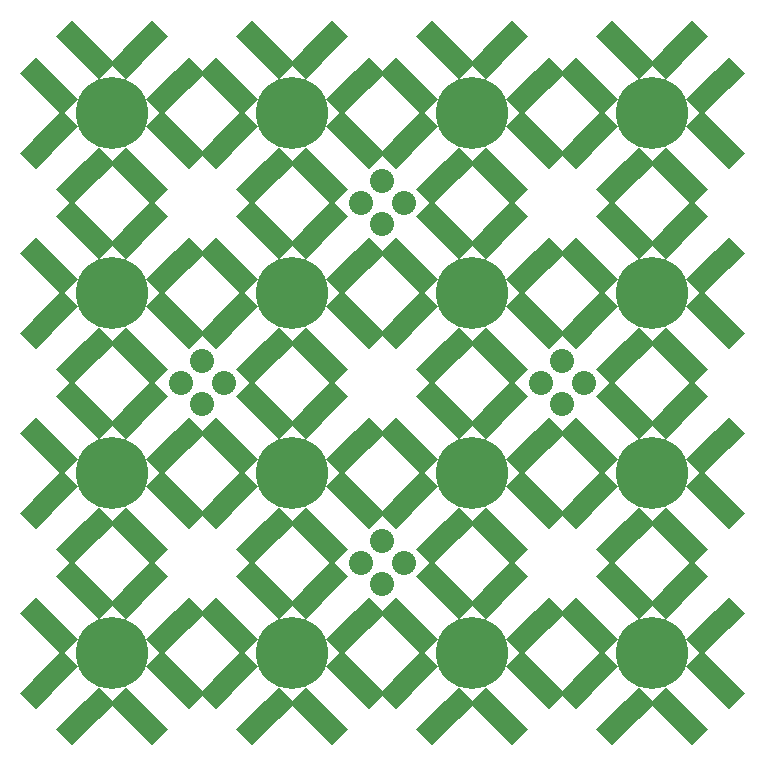
<source format=gts>
%TF.GenerationSoftware,KiCad,Pcbnew,4.0.7-e1-6374~58~ubuntu16.04.1*%
%TF.CreationDate,2017-08-11T22:02:44+05:30*%
%TF.ProjectId,ultim8x8,756C74696D3878382E6B696361645F70,2.0*%
%TF.FileFunction,Soldermask,Top*%
%FSLAX46Y46*%
G04 Gerber Fmt 4.6, Leading zero omitted, Abs format (unit mm)*
G04 Created by KiCad (PCBNEW 4.0.7-e1-6374~58~ubuntu16.04.1) date Fri Aug 11 22:02:44 2017*
%MOMM*%
%LPD*%
G01*
G04 APERTURE LIST*
%ADD10C,0.254000*%
%ADD11C,6.108000*%
%ADD12C,2.032000*%
G04 APERTURE END LIST*
D10*
D11*
X82550000Y-82550000D03*
X82550000Y-36830000D03*
X67310000Y-67310000D03*
X52070000Y-67310000D03*
X36830000Y-36830000D03*
X36830000Y-82550000D03*
X52070000Y-52070000D03*
X67310000Y-52070000D03*
D10*
G36*
X52296166Y-41064264D02*
X50947006Y-42413424D01*
X49597846Y-41064264D01*
X50947006Y-39715104D01*
X52296166Y-41064264D01*
X52296166Y-41064264D01*
G37*
G36*
X49184896Y-37952994D02*
X47835736Y-39302154D01*
X46486576Y-37952994D01*
X47835736Y-36603834D01*
X49184896Y-37952994D01*
X49184896Y-37952994D01*
G37*
G36*
X48018169Y-39119720D02*
X46739720Y-40398169D01*
X45390561Y-39049010D01*
X46669010Y-37770561D01*
X48018169Y-39119720D01*
X48018169Y-39119720D01*
G37*
G36*
X51129439Y-42230990D02*
X49850990Y-43509439D01*
X48501831Y-42160280D01*
X49780280Y-40881831D01*
X51129439Y-42230990D01*
X51129439Y-42230990D01*
G37*
G36*
X50033424Y-43327006D02*
X48684264Y-44676166D01*
X47335104Y-43327006D01*
X48684264Y-41977846D01*
X50033424Y-43327006D01*
X50033424Y-43327006D01*
G37*
G36*
X46922154Y-40215736D02*
X45572994Y-41564896D01*
X44223834Y-40215736D01*
X45572994Y-38866576D01*
X46922154Y-40215736D01*
X46922154Y-40215736D01*
G37*
G36*
X86784264Y-51843834D02*
X88133424Y-53192994D01*
X86784264Y-54542154D01*
X85435104Y-53192994D01*
X86784264Y-51843834D01*
X86784264Y-51843834D01*
G37*
G36*
X83672994Y-54955104D02*
X85022154Y-56304264D01*
X83672994Y-57653424D01*
X82323834Y-56304264D01*
X83672994Y-54955104D01*
X83672994Y-54955104D01*
G37*
G36*
X84839720Y-56121831D02*
X86118169Y-57400280D01*
X84769010Y-58749439D01*
X83490561Y-57470990D01*
X84839720Y-56121831D01*
X84839720Y-56121831D01*
G37*
G36*
X87950990Y-53010561D02*
X89229439Y-54289010D01*
X87880280Y-55638169D01*
X86601831Y-54359720D01*
X87950990Y-53010561D01*
X87950990Y-53010561D01*
G37*
G36*
X89047006Y-54106576D02*
X90396166Y-55455736D01*
X89047006Y-56804896D01*
X87697846Y-55455736D01*
X89047006Y-54106576D01*
X89047006Y-54106576D01*
G37*
G36*
X85935736Y-57217846D02*
X87284896Y-58567006D01*
X85935736Y-59916166D01*
X84586576Y-58567006D01*
X85935736Y-57217846D01*
X85935736Y-57217846D01*
G37*
G36*
X82323834Y-47835736D02*
X83672994Y-46486576D01*
X85022154Y-47835736D01*
X83672994Y-49184896D01*
X82323834Y-47835736D01*
X82323834Y-47835736D01*
G37*
G36*
X85435104Y-50947006D02*
X86784264Y-49597846D01*
X88133424Y-50947006D01*
X86784264Y-52296166D01*
X85435104Y-50947006D01*
X85435104Y-50947006D01*
G37*
G36*
X86601831Y-49780280D02*
X87880280Y-48501831D01*
X89229439Y-49850990D01*
X87950990Y-51129439D01*
X86601831Y-49780280D01*
X86601831Y-49780280D01*
G37*
G36*
X83490561Y-46669010D02*
X84769010Y-45390561D01*
X86118169Y-46739720D01*
X84839720Y-48018169D01*
X83490561Y-46669010D01*
X83490561Y-46669010D01*
G37*
G36*
X84586576Y-45572994D02*
X85935736Y-44223834D01*
X87284896Y-45572994D01*
X85935736Y-46922154D01*
X84586576Y-45572994D01*
X84586576Y-45572994D01*
G37*
G36*
X87697846Y-48684264D02*
X89047006Y-47335104D01*
X90396166Y-48684264D01*
X89047006Y-50033424D01*
X87697846Y-48684264D01*
X87697846Y-48684264D01*
G37*
G36*
X78315736Y-52296166D02*
X76966576Y-50947006D01*
X78315736Y-49597846D01*
X79664896Y-50947006D01*
X78315736Y-52296166D01*
X78315736Y-52296166D01*
G37*
G36*
X81427006Y-49184896D02*
X80077846Y-47835736D01*
X81427006Y-46486576D01*
X82776166Y-47835736D01*
X81427006Y-49184896D01*
X81427006Y-49184896D01*
G37*
G36*
X80260280Y-48018169D02*
X78981831Y-46739720D01*
X80330990Y-45390561D01*
X81609439Y-46669010D01*
X80260280Y-48018169D01*
X80260280Y-48018169D01*
G37*
G36*
X77149010Y-51129439D02*
X75870561Y-49850990D01*
X77219720Y-48501831D01*
X78498169Y-49780280D01*
X77149010Y-51129439D01*
X77149010Y-51129439D01*
G37*
G36*
X76052994Y-50033424D02*
X74703834Y-48684264D01*
X76052994Y-47335104D01*
X77402154Y-48684264D01*
X76052994Y-50033424D01*
X76052994Y-50033424D01*
G37*
G36*
X79164264Y-46922154D02*
X77815104Y-45572994D01*
X79164264Y-44223834D01*
X80513424Y-45572994D01*
X79164264Y-46922154D01*
X79164264Y-46922154D01*
G37*
G36*
X82776166Y-56304264D02*
X81427006Y-57653424D01*
X80077846Y-56304264D01*
X81427006Y-54955104D01*
X82776166Y-56304264D01*
X82776166Y-56304264D01*
G37*
G36*
X79664896Y-53192994D02*
X78315736Y-54542154D01*
X76966576Y-53192994D01*
X78315736Y-51843834D01*
X79664896Y-53192994D01*
X79664896Y-53192994D01*
G37*
G36*
X78498169Y-54359720D02*
X77219720Y-55638169D01*
X75870561Y-54289010D01*
X77149010Y-53010561D01*
X78498169Y-54359720D01*
X78498169Y-54359720D01*
G37*
G36*
X81609439Y-57470990D02*
X80330990Y-58749439D01*
X78981831Y-57400280D01*
X80260280Y-56121831D01*
X81609439Y-57470990D01*
X81609439Y-57470990D01*
G37*
G36*
X80513424Y-58567006D02*
X79164264Y-59916166D01*
X77815104Y-58567006D01*
X79164264Y-57217846D01*
X80513424Y-58567006D01*
X80513424Y-58567006D01*
G37*
G36*
X77402154Y-55455736D02*
X76052994Y-56804896D01*
X74703834Y-55455736D01*
X76052994Y-54106576D01*
X77402154Y-55455736D01*
X77402154Y-55455736D01*
G37*
G36*
X63075736Y-52296166D02*
X61726576Y-50947006D01*
X63075736Y-49597846D01*
X64424896Y-50947006D01*
X63075736Y-52296166D01*
X63075736Y-52296166D01*
G37*
G36*
X66187006Y-49184896D02*
X64837846Y-47835736D01*
X66187006Y-46486576D01*
X67536166Y-47835736D01*
X66187006Y-49184896D01*
X66187006Y-49184896D01*
G37*
G36*
X65020280Y-48018169D02*
X63741831Y-46739720D01*
X65090990Y-45390561D01*
X66369439Y-46669010D01*
X65020280Y-48018169D01*
X65020280Y-48018169D01*
G37*
G36*
X61909010Y-51129439D02*
X60630561Y-49850990D01*
X61979720Y-48501831D01*
X63258169Y-49780280D01*
X61909010Y-51129439D01*
X61909010Y-51129439D01*
G37*
G36*
X60812994Y-50033424D02*
X59463834Y-48684264D01*
X60812994Y-47335104D01*
X62162154Y-48684264D01*
X60812994Y-50033424D01*
X60812994Y-50033424D01*
G37*
G36*
X63924264Y-46922154D02*
X62575104Y-45572994D01*
X63924264Y-44223834D01*
X65273424Y-45572994D01*
X63924264Y-46922154D01*
X63924264Y-46922154D01*
G37*
G36*
X52296166Y-71544264D02*
X50947006Y-72893424D01*
X49597846Y-71544264D01*
X50947006Y-70195104D01*
X52296166Y-71544264D01*
X52296166Y-71544264D01*
G37*
G36*
X49184896Y-68432994D02*
X47835736Y-69782154D01*
X46486576Y-68432994D01*
X47835736Y-67083834D01*
X49184896Y-68432994D01*
X49184896Y-68432994D01*
G37*
G36*
X48018169Y-69599720D02*
X46739720Y-70878169D01*
X45390561Y-69529010D01*
X46669010Y-68250561D01*
X48018169Y-69599720D01*
X48018169Y-69599720D01*
G37*
G36*
X51129439Y-72710990D02*
X49850990Y-73989439D01*
X48501831Y-72640280D01*
X49780280Y-71361831D01*
X51129439Y-72710990D01*
X51129439Y-72710990D01*
G37*
G36*
X50033424Y-73807006D02*
X48684264Y-75156166D01*
X47335104Y-73807006D01*
X48684264Y-72457846D01*
X50033424Y-73807006D01*
X50033424Y-73807006D01*
G37*
G36*
X46922154Y-70695736D02*
X45572994Y-72044896D01*
X44223834Y-70695736D01*
X45572994Y-69346576D01*
X46922154Y-70695736D01*
X46922154Y-70695736D01*
G37*
G36*
X41064264Y-51843834D02*
X42413424Y-53192994D01*
X41064264Y-54542154D01*
X39715104Y-53192994D01*
X41064264Y-51843834D01*
X41064264Y-51843834D01*
G37*
G36*
X37952994Y-54955104D02*
X39302154Y-56304264D01*
X37952994Y-57653424D01*
X36603834Y-56304264D01*
X37952994Y-54955104D01*
X37952994Y-54955104D01*
G37*
G36*
X39119720Y-56121831D02*
X40398169Y-57400280D01*
X39049010Y-58749439D01*
X37770561Y-57470990D01*
X39119720Y-56121831D01*
X39119720Y-56121831D01*
G37*
G36*
X42230990Y-53010561D02*
X43509439Y-54289010D01*
X42160280Y-55638169D01*
X40881831Y-54359720D01*
X42230990Y-53010561D01*
X42230990Y-53010561D01*
G37*
G36*
X43327006Y-54106576D02*
X44676166Y-55455736D01*
X43327006Y-56804896D01*
X41977846Y-55455736D01*
X43327006Y-54106576D01*
X43327006Y-54106576D01*
G37*
G36*
X40215736Y-57217846D02*
X41564896Y-58567006D01*
X40215736Y-59916166D01*
X38866576Y-58567006D01*
X40215736Y-57217846D01*
X40215736Y-57217846D01*
G37*
G36*
X36603834Y-47835736D02*
X37952994Y-46486576D01*
X39302154Y-47835736D01*
X37952994Y-49184896D01*
X36603834Y-47835736D01*
X36603834Y-47835736D01*
G37*
G36*
X39715104Y-50947006D02*
X41064264Y-49597846D01*
X42413424Y-50947006D01*
X41064264Y-52296166D01*
X39715104Y-50947006D01*
X39715104Y-50947006D01*
G37*
G36*
X40881831Y-49780280D02*
X42160280Y-48501831D01*
X43509439Y-49850990D01*
X42230990Y-51129439D01*
X40881831Y-49780280D01*
X40881831Y-49780280D01*
G37*
G36*
X37770561Y-46669010D02*
X39049010Y-45390561D01*
X40398169Y-46739720D01*
X39119720Y-48018169D01*
X37770561Y-46669010D01*
X37770561Y-46669010D01*
G37*
G36*
X38866576Y-45572994D02*
X40215736Y-44223834D01*
X41564896Y-45572994D01*
X40215736Y-46922154D01*
X38866576Y-45572994D01*
X38866576Y-45572994D01*
G37*
G36*
X41977846Y-48684264D02*
X43327006Y-47335104D01*
X44676166Y-48684264D01*
X43327006Y-50033424D01*
X41977846Y-48684264D01*
X41977846Y-48684264D01*
G37*
G36*
X32595736Y-52296166D02*
X31246576Y-50947006D01*
X32595736Y-49597846D01*
X33944896Y-50947006D01*
X32595736Y-52296166D01*
X32595736Y-52296166D01*
G37*
G36*
X35707006Y-49184896D02*
X34357846Y-47835736D01*
X35707006Y-46486576D01*
X37056166Y-47835736D01*
X35707006Y-49184896D01*
X35707006Y-49184896D01*
G37*
G36*
X34540280Y-48018169D02*
X33261831Y-46739720D01*
X34610990Y-45390561D01*
X35889439Y-46669010D01*
X34540280Y-48018169D01*
X34540280Y-48018169D01*
G37*
G36*
X31429010Y-51129439D02*
X30150561Y-49850990D01*
X31499720Y-48501831D01*
X32778169Y-49780280D01*
X31429010Y-51129439D01*
X31429010Y-51129439D01*
G37*
G36*
X30332994Y-50033424D02*
X28983834Y-48684264D01*
X30332994Y-47335104D01*
X31682154Y-48684264D01*
X30332994Y-50033424D01*
X30332994Y-50033424D01*
G37*
G36*
X33444264Y-46922154D02*
X32095104Y-45572994D01*
X33444264Y-44223834D01*
X34793424Y-45572994D01*
X33444264Y-46922154D01*
X33444264Y-46922154D01*
G37*
G36*
X37056166Y-56304264D02*
X35707006Y-57653424D01*
X34357846Y-56304264D01*
X35707006Y-54955104D01*
X37056166Y-56304264D01*
X37056166Y-56304264D01*
G37*
G36*
X33944896Y-53192994D02*
X32595736Y-54542154D01*
X31246576Y-53192994D01*
X32595736Y-51843834D01*
X33944896Y-53192994D01*
X33944896Y-53192994D01*
G37*
G36*
X32778169Y-54359720D02*
X31499720Y-55638169D01*
X30150561Y-54289010D01*
X31429010Y-53010561D01*
X32778169Y-54359720D01*
X32778169Y-54359720D01*
G37*
G36*
X35889439Y-57470990D02*
X34610990Y-58749439D01*
X33261831Y-57400280D01*
X34540280Y-56121831D01*
X35889439Y-57470990D01*
X35889439Y-57470990D01*
G37*
G36*
X34793424Y-58567006D02*
X33444264Y-59916166D01*
X32095104Y-58567006D01*
X33444264Y-57217846D01*
X34793424Y-58567006D01*
X34793424Y-58567006D01*
G37*
G36*
X31682154Y-55455736D02*
X30332994Y-56804896D01*
X28983834Y-55455736D01*
X30332994Y-54106576D01*
X31682154Y-55455736D01*
X31682154Y-55455736D01*
G37*
G36*
X86784264Y-67083834D02*
X88133424Y-68432994D01*
X86784264Y-69782154D01*
X85435104Y-68432994D01*
X86784264Y-67083834D01*
X86784264Y-67083834D01*
G37*
G36*
X83672994Y-70195104D02*
X85022154Y-71544264D01*
X83672994Y-72893424D01*
X82323834Y-71544264D01*
X83672994Y-70195104D01*
X83672994Y-70195104D01*
G37*
G36*
X84839720Y-71361831D02*
X86118169Y-72640280D01*
X84769010Y-73989439D01*
X83490561Y-72710990D01*
X84839720Y-71361831D01*
X84839720Y-71361831D01*
G37*
G36*
X87950990Y-68250561D02*
X89229439Y-69529010D01*
X87880280Y-70878169D01*
X86601831Y-69599720D01*
X87950990Y-68250561D01*
X87950990Y-68250561D01*
G37*
G36*
X89047006Y-69346576D02*
X90396166Y-70695736D01*
X89047006Y-72044896D01*
X87697846Y-70695736D01*
X89047006Y-69346576D01*
X89047006Y-69346576D01*
G37*
G36*
X85935736Y-72457846D02*
X87284896Y-73807006D01*
X85935736Y-75156166D01*
X84586576Y-73807006D01*
X85935736Y-72457846D01*
X85935736Y-72457846D01*
G37*
G36*
X82323834Y-63075736D02*
X83672994Y-61726576D01*
X85022154Y-63075736D01*
X83672994Y-64424896D01*
X82323834Y-63075736D01*
X82323834Y-63075736D01*
G37*
G36*
X85435104Y-66187006D02*
X86784264Y-64837846D01*
X88133424Y-66187006D01*
X86784264Y-67536166D01*
X85435104Y-66187006D01*
X85435104Y-66187006D01*
G37*
G36*
X86601831Y-65020280D02*
X87880280Y-63741831D01*
X89229439Y-65090990D01*
X87950990Y-66369439D01*
X86601831Y-65020280D01*
X86601831Y-65020280D01*
G37*
G36*
X83490561Y-61909010D02*
X84769010Y-60630561D01*
X86118169Y-61979720D01*
X84839720Y-63258169D01*
X83490561Y-61909010D01*
X83490561Y-61909010D01*
G37*
G36*
X84586576Y-60812994D02*
X85935736Y-59463834D01*
X87284896Y-60812994D01*
X85935736Y-62162154D01*
X84586576Y-60812994D01*
X84586576Y-60812994D01*
G37*
G36*
X87697846Y-63924264D02*
X89047006Y-62575104D01*
X90396166Y-63924264D01*
X89047006Y-65273424D01*
X87697846Y-63924264D01*
X87697846Y-63924264D01*
G37*
G36*
X86784264Y-36603834D02*
X88133424Y-37952994D01*
X86784264Y-39302154D01*
X85435104Y-37952994D01*
X86784264Y-36603834D01*
X86784264Y-36603834D01*
G37*
G36*
X83672994Y-39715104D02*
X85022154Y-41064264D01*
X83672994Y-42413424D01*
X82323834Y-41064264D01*
X83672994Y-39715104D01*
X83672994Y-39715104D01*
G37*
G36*
X84839720Y-40881831D02*
X86118169Y-42160280D01*
X84769010Y-43509439D01*
X83490561Y-42230990D01*
X84839720Y-40881831D01*
X84839720Y-40881831D01*
G37*
G36*
X87950990Y-37770561D02*
X89229439Y-39049010D01*
X87880280Y-40398169D01*
X86601831Y-39119720D01*
X87950990Y-37770561D01*
X87950990Y-37770561D01*
G37*
G36*
X89047006Y-38866576D02*
X90396166Y-40215736D01*
X89047006Y-41564896D01*
X87697846Y-40215736D01*
X89047006Y-38866576D01*
X89047006Y-38866576D01*
G37*
G36*
X85935736Y-41977846D02*
X87284896Y-43327006D01*
X85935736Y-44676166D01*
X84586576Y-43327006D01*
X85935736Y-41977846D01*
X85935736Y-41977846D01*
G37*
G36*
X82323834Y-32595736D02*
X83672994Y-31246576D01*
X85022154Y-32595736D01*
X83672994Y-33944896D01*
X82323834Y-32595736D01*
X82323834Y-32595736D01*
G37*
G36*
X85435104Y-35707006D02*
X86784264Y-34357846D01*
X88133424Y-35707006D01*
X86784264Y-37056166D01*
X85435104Y-35707006D01*
X85435104Y-35707006D01*
G37*
G36*
X86601831Y-34540280D02*
X87880280Y-33261831D01*
X89229439Y-34610990D01*
X87950990Y-35889439D01*
X86601831Y-34540280D01*
X86601831Y-34540280D01*
G37*
G36*
X83490561Y-31429010D02*
X84769010Y-30150561D01*
X86118169Y-31499720D01*
X84839720Y-32778169D01*
X83490561Y-31429010D01*
X83490561Y-31429010D01*
G37*
G36*
X84586576Y-30332994D02*
X85935736Y-28983834D01*
X87284896Y-30332994D01*
X85935736Y-31682154D01*
X84586576Y-30332994D01*
X84586576Y-30332994D01*
G37*
G36*
X87697846Y-33444264D02*
X89047006Y-32095104D01*
X90396166Y-33444264D01*
X89047006Y-34793424D01*
X87697846Y-33444264D01*
X87697846Y-33444264D01*
G37*
G36*
X78315736Y-37056166D02*
X76966576Y-35707006D01*
X78315736Y-34357846D01*
X79664896Y-35707006D01*
X78315736Y-37056166D01*
X78315736Y-37056166D01*
G37*
G36*
X81427006Y-33944896D02*
X80077846Y-32595736D01*
X81427006Y-31246576D01*
X82776166Y-32595736D01*
X81427006Y-33944896D01*
X81427006Y-33944896D01*
G37*
G36*
X80260280Y-32778169D02*
X78981831Y-31499720D01*
X80330990Y-30150561D01*
X81609439Y-31429010D01*
X80260280Y-32778169D01*
X80260280Y-32778169D01*
G37*
G36*
X77149010Y-35889439D02*
X75870561Y-34610990D01*
X77219720Y-33261831D01*
X78498169Y-34540280D01*
X77149010Y-35889439D01*
X77149010Y-35889439D01*
G37*
G36*
X76052994Y-34793424D02*
X74703834Y-33444264D01*
X76052994Y-32095104D01*
X77402154Y-33444264D01*
X76052994Y-34793424D01*
X76052994Y-34793424D01*
G37*
G36*
X79164264Y-31682154D02*
X77815104Y-30332994D01*
X79164264Y-28983834D01*
X80513424Y-30332994D01*
X79164264Y-31682154D01*
X79164264Y-31682154D01*
G37*
G36*
X82776166Y-41064264D02*
X81427006Y-42413424D01*
X80077846Y-41064264D01*
X81427006Y-39715104D01*
X82776166Y-41064264D01*
X82776166Y-41064264D01*
G37*
G36*
X79664896Y-37952994D02*
X78315736Y-39302154D01*
X76966576Y-37952994D01*
X78315736Y-36603834D01*
X79664896Y-37952994D01*
X79664896Y-37952994D01*
G37*
G36*
X78498169Y-39119720D02*
X77219720Y-40398169D01*
X75870561Y-39049010D01*
X77149010Y-37770561D01*
X78498169Y-39119720D01*
X78498169Y-39119720D01*
G37*
G36*
X81609439Y-42230990D02*
X80330990Y-43509439D01*
X78981831Y-42160280D01*
X80260280Y-40881831D01*
X81609439Y-42230990D01*
X81609439Y-42230990D01*
G37*
G36*
X80513424Y-43327006D02*
X79164264Y-44676166D01*
X77815104Y-43327006D01*
X79164264Y-41977846D01*
X80513424Y-43327006D01*
X80513424Y-43327006D01*
G37*
G36*
X77402154Y-40215736D02*
X76052994Y-41564896D01*
X74703834Y-40215736D01*
X76052994Y-38866576D01*
X77402154Y-40215736D01*
X77402154Y-40215736D01*
G37*
G36*
X78315736Y-67536166D02*
X76966576Y-66187006D01*
X78315736Y-64837846D01*
X79664896Y-66187006D01*
X78315736Y-67536166D01*
X78315736Y-67536166D01*
G37*
G36*
X81427006Y-64424896D02*
X80077846Y-63075736D01*
X81427006Y-61726576D01*
X82776166Y-63075736D01*
X81427006Y-64424896D01*
X81427006Y-64424896D01*
G37*
G36*
X80260280Y-63258169D02*
X78981831Y-61979720D01*
X80330990Y-60630561D01*
X81609439Y-61909010D01*
X80260280Y-63258169D01*
X80260280Y-63258169D01*
G37*
G36*
X77149010Y-66369439D02*
X75870561Y-65090990D01*
X77219720Y-63741831D01*
X78498169Y-65020280D01*
X77149010Y-66369439D01*
X77149010Y-66369439D01*
G37*
G36*
X76052994Y-65273424D02*
X74703834Y-63924264D01*
X76052994Y-62575104D01*
X77402154Y-63924264D01*
X76052994Y-65273424D01*
X76052994Y-65273424D01*
G37*
G36*
X79164264Y-62162154D02*
X77815104Y-60812994D01*
X79164264Y-59463834D01*
X80513424Y-60812994D01*
X79164264Y-62162154D01*
X79164264Y-62162154D01*
G37*
G36*
X82776166Y-71544264D02*
X81427006Y-72893424D01*
X80077846Y-71544264D01*
X81427006Y-70195104D01*
X82776166Y-71544264D01*
X82776166Y-71544264D01*
G37*
G36*
X79664896Y-68432994D02*
X78315736Y-69782154D01*
X76966576Y-68432994D01*
X78315736Y-67083834D01*
X79664896Y-68432994D01*
X79664896Y-68432994D01*
G37*
G36*
X78498169Y-69599720D02*
X77219720Y-70878169D01*
X75870561Y-69529010D01*
X77149010Y-68250561D01*
X78498169Y-69599720D01*
X78498169Y-69599720D01*
G37*
G36*
X81609439Y-72710990D02*
X80330990Y-73989439D01*
X78981831Y-72640280D01*
X80260280Y-71361831D01*
X81609439Y-72710990D01*
X81609439Y-72710990D01*
G37*
G36*
X80513424Y-73807006D02*
X79164264Y-75156166D01*
X77815104Y-73807006D01*
X79164264Y-72457846D01*
X80513424Y-73807006D01*
X80513424Y-73807006D01*
G37*
G36*
X77402154Y-70695736D02*
X76052994Y-72044896D01*
X74703834Y-70695736D01*
X76052994Y-69346576D01*
X77402154Y-70695736D01*
X77402154Y-70695736D01*
G37*
G36*
X78315736Y-82776166D02*
X76966576Y-81427006D01*
X78315736Y-80077846D01*
X79664896Y-81427006D01*
X78315736Y-82776166D01*
X78315736Y-82776166D01*
G37*
G36*
X81427006Y-79664896D02*
X80077846Y-78315736D01*
X81427006Y-76966576D01*
X82776166Y-78315736D01*
X81427006Y-79664896D01*
X81427006Y-79664896D01*
G37*
G36*
X80260280Y-78498169D02*
X78981831Y-77219720D01*
X80330990Y-75870561D01*
X81609439Y-77149010D01*
X80260280Y-78498169D01*
X80260280Y-78498169D01*
G37*
G36*
X77149010Y-81609439D02*
X75870561Y-80330990D01*
X77219720Y-78981831D01*
X78498169Y-80260280D01*
X77149010Y-81609439D01*
X77149010Y-81609439D01*
G37*
G36*
X76052994Y-80513424D02*
X74703834Y-79164264D01*
X76052994Y-77815104D01*
X77402154Y-79164264D01*
X76052994Y-80513424D01*
X76052994Y-80513424D01*
G37*
G36*
X79164264Y-77402154D02*
X77815104Y-76052994D01*
X79164264Y-74703834D01*
X80513424Y-76052994D01*
X79164264Y-77402154D01*
X79164264Y-77402154D01*
G37*
G36*
X67083834Y-78315736D02*
X68432994Y-76966576D01*
X69782154Y-78315736D01*
X68432994Y-79664896D01*
X67083834Y-78315736D01*
X67083834Y-78315736D01*
G37*
G36*
X70195104Y-81427006D02*
X71544264Y-80077846D01*
X72893424Y-81427006D01*
X71544264Y-82776166D01*
X70195104Y-81427006D01*
X70195104Y-81427006D01*
G37*
G36*
X71361831Y-80260280D02*
X72640280Y-78981831D01*
X73989439Y-80330990D01*
X72710990Y-81609439D01*
X71361831Y-80260280D01*
X71361831Y-80260280D01*
G37*
G36*
X68250561Y-77149010D02*
X69529010Y-75870561D01*
X70878169Y-77219720D01*
X69599720Y-78498169D01*
X68250561Y-77149010D01*
X68250561Y-77149010D01*
G37*
G36*
X69346576Y-76052994D02*
X70695736Y-74703834D01*
X72044896Y-76052994D01*
X70695736Y-77402154D01*
X69346576Y-76052994D01*
X69346576Y-76052994D01*
G37*
G36*
X72457846Y-79164264D02*
X73807006Y-77815104D01*
X75156166Y-79164264D01*
X73807006Y-80513424D01*
X72457846Y-79164264D01*
X72457846Y-79164264D01*
G37*
G36*
X71544264Y-67083834D02*
X72893424Y-68432994D01*
X71544264Y-69782154D01*
X70195104Y-68432994D01*
X71544264Y-67083834D01*
X71544264Y-67083834D01*
G37*
G36*
X68432994Y-70195104D02*
X69782154Y-71544264D01*
X68432994Y-72893424D01*
X67083834Y-71544264D01*
X68432994Y-70195104D01*
X68432994Y-70195104D01*
G37*
G36*
X69599720Y-71361831D02*
X70878169Y-72640280D01*
X69529010Y-73989439D01*
X68250561Y-72710990D01*
X69599720Y-71361831D01*
X69599720Y-71361831D01*
G37*
G36*
X72710990Y-68250561D02*
X73989439Y-69529010D01*
X72640280Y-70878169D01*
X71361831Y-69599720D01*
X72710990Y-68250561D01*
X72710990Y-68250561D01*
G37*
G36*
X73807006Y-69346576D02*
X75156166Y-70695736D01*
X73807006Y-72044896D01*
X72457846Y-70695736D01*
X73807006Y-69346576D01*
X73807006Y-69346576D01*
G37*
G36*
X70695736Y-72457846D02*
X72044896Y-73807006D01*
X70695736Y-75156166D01*
X69346576Y-73807006D01*
X70695736Y-72457846D01*
X70695736Y-72457846D01*
G37*
G36*
X67083834Y-63075736D02*
X68432994Y-61726576D01*
X69782154Y-63075736D01*
X68432994Y-64424896D01*
X67083834Y-63075736D01*
X67083834Y-63075736D01*
G37*
G36*
X70195104Y-66187006D02*
X71544264Y-64837846D01*
X72893424Y-66187006D01*
X71544264Y-67536166D01*
X70195104Y-66187006D01*
X70195104Y-66187006D01*
G37*
G36*
X71361831Y-65020280D02*
X72640280Y-63741831D01*
X73989439Y-65090990D01*
X72710990Y-66369439D01*
X71361831Y-65020280D01*
X71361831Y-65020280D01*
G37*
G36*
X68250561Y-61909010D02*
X69529010Y-60630561D01*
X70878169Y-61979720D01*
X69599720Y-63258169D01*
X68250561Y-61909010D01*
X68250561Y-61909010D01*
G37*
G36*
X69346576Y-60812994D02*
X70695736Y-59463834D01*
X72044896Y-60812994D01*
X70695736Y-62162154D01*
X69346576Y-60812994D01*
X69346576Y-60812994D01*
G37*
G36*
X72457846Y-63924264D02*
X73807006Y-62575104D01*
X75156166Y-63924264D01*
X73807006Y-65273424D01*
X72457846Y-63924264D01*
X72457846Y-63924264D01*
G37*
G36*
X71544264Y-51843834D02*
X72893424Y-53192994D01*
X71544264Y-54542154D01*
X70195104Y-53192994D01*
X71544264Y-51843834D01*
X71544264Y-51843834D01*
G37*
G36*
X68432994Y-54955104D02*
X69782154Y-56304264D01*
X68432994Y-57653424D01*
X67083834Y-56304264D01*
X68432994Y-54955104D01*
X68432994Y-54955104D01*
G37*
G36*
X69599720Y-56121831D02*
X70878169Y-57400280D01*
X69529010Y-58749439D01*
X68250561Y-57470990D01*
X69599720Y-56121831D01*
X69599720Y-56121831D01*
G37*
G36*
X72710990Y-53010561D02*
X73989439Y-54289010D01*
X72640280Y-55638169D01*
X71361831Y-54359720D01*
X72710990Y-53010561D01*
X72710990Y-53010561D01*
G37*
G36*
X73807006Y-54106576D02*
X75156166Y-55455736D01*
X73807006Y-56804896D01*
X72457846Y-55455736D01*
X73807006Y-54106576D01*
X73807006Y-54106576D01*
G37*
G36*
X70695736Y-57217846D02*
X72044896Y-58567006D01*
X70695736Y-59916166D01*
X69346576Y-58567006D01*
X70695736Y-57217846D01*
X70695736Y-57217846D01*
G37*
G36*
X71544264Y-36603834D02*
X72893424Y-37952994D01*
X71544264Y-39302154D01*
X70195104Y-37952994D01*
X71544264Y-36603834D01*
X71544264Y-36603834D01*
G37*
G36*
X68432994Y-39715104D02*
X69782154Y-41064264D01*
X68432994Y-42413424D01*
X67083834Y-41064264D01*
X68432994Y-39715104D01*
X68432994Y-39715104D01*
G37*
G36*
X69599720Y-40881831D02*
X70878169Y-42160280D01*
X69529010Y-43509439D01*
X68250561Y-42230990D01*
X69599720Y-40881831D01*
X69599720Y-40881831D01*
G37*
G36*
X72710990Y-37770561D02*
X73989439Y-39049010D01*
X72640280Y-40398169D01*
X71361831Y-39119720D01*
X72710990Y-37770561D01*
X72710990Y-37770561D01*
G37*
G36*
X73807006Y-38866576D02*
X75156166Y-40215736D01*
X73807006Y-41564896D01*
X72457846Y-40215736D01*
X73807006Y-38866576D01*
X73807006Y-38866576D01*
G37*
G36*
X70695736Y-41977846D02*
X72044896Y-43327006D01*
X70695736Y-44676166D01*
X69346576Y-43327006D01*
X70695736Y-41977846D01*
X70695736Y-41977846D01*
G37*
G36*
X67083834Y-32595736D02*
X68432994Y-31246576D01*
X69782154Y-32595736D01*
X68432994Y-33944896D01*
X67083834Y-32595736D01*
X67083834Y-32595736D01*
G37*
G36*
X70195104Y-35707006D02*
X71544264Y-34357846D01*
X72893424Y-35707006D01*
X71544264Y-37056166D01*
X70195104Y-35707006D01*
X70195104Y-35707006D01*
G37*
G36*
X71361831Y-34540280D02*
X72640280Y-33261831D01*
X73989439Y-34610990D01*
X72710990Y-35889439D01*
X71361831Y-34540280D01*
X71361831Y-34540280D01*
G37*
G36*
X68250561Y-31429010D02*
X69529010Y-30150561D01*
X70878169Y-31499720D01*
X69599720Y-32778169D01*
X68250561Y-31429010D01*
X68250561Y-31429010D01*
G37*
G36*
X69346576Y-30332994D02*
X70695736Y-28983834D01*
X72044896Y-30332994D01*
X70695736Y-31682154D01*
X69346576Y-30332994D01*
X69346576Y-30332994D01*
G37*
G36*
X72457846Y-33444264D02*
X73807006Y-32095104D01*
X75156166Y-33444264D01*
X73807006Y-34793424D01*
X72457846Y-33444264D01*
X72457846Y-33444264D01*
G37*
G36*
X63075736Y-37056166D02*
X61726576Y-35707006D01*
X63075736Y-34357846D01*
X64424896Y-35707006D01*
X63075736Y-37056166D01*
X63075736Y-37056166D01*
G37*
G36*
X66187006Y-33944896D02*
X64837846Y-32595736D01*
X66187006Y-31246576D01*
X67536166Y-32595736D01*
X66187006Y-33944896D01*
X66187006Y-33944896D01*
G37*
G36*
X65020280Y-32778169D02*
X63741831Y-31499720D01*
X65090990Y-30150561D01*
X66369439Y-31429010D01*
X65020280Y-32778169D01*
X65020280Y-32778169D01*
G37*
G36*
X61909010Y-35889439D02*
X60630561Y-34610990D01*
X61979720Y-33261831D01*
X63258169Y-34540280D01*
X61909010Y-35889439D01*
X61909010Y-35889439D01*
G37*
G36*
X60812994Y-34793424D02*
X59463834Y-33444264D01*
X60812994Y-32095104D01*
X62162154Y-33444264D01*
X60812994Y-34793424D01*
X60812994Y-34793424D01*
G37*
G36*
X63924264Y-31682154D02*
X62575104Y-30332994D01*
X63924264Y-28983834D01*
X65273424Y-30332994D01*
X63924264Y-31682154D01*
X63924264Y-31682154D01*
G37*
G36*
X67536166Y-41064264D02*
X66187006Y-42413424D01*
X64837846Y-41064264D01*
X66187006Y-39715104D01*
X67536166Y-41064264D01*
X67536166Y-41064264D01*
G37*
G36*
X64424896Y-37952994D02*
X63075736Y-39302154D01*
X61726576Y-37952994D01*
X63075736Y-36603834D01*
X64424896Y-37952994D01*
X64424896Y-37952994D01*
G37*
G36*
X63258169Y-39119720D02*
X61979720Y-40398169D01*
X60630561Y-39049010D01*
X61909010Y-37770561D01*
X63258169Y-39119720D01*
X63258169Y-39119720D01*
G37*
G36*
X66369439Y-42230990D02*
X65090990Y-43509439D01*
X63741831Y-42160280D01*
X65020280Y-40881831D01*
X66369439Y-42230990D01*
X66369439Y-42230990D01*
G37*
G36*
X65273424Y-43327006D02*
X63924264Y-44676166D01*
X62575104Y-43327006D01*
X63924264Y-41977846D01*
X65273424Y-43327006D01*
X65273424Y-43327006D01*
G37*
G36*
X62162154Y-40215736D02*
X60812994Y-41564896D01*
X59463834Y-40215736D01*
X60812994Y-38866576D01*
X62162154Y-40215736D01*
X62162154Y-40215736D01*
G37*
G36*
X67536166Y-56304264D02*
X66187006Y-57653424D01*
X64837846Y-56304264D01*
X66187006Y-54955104D01*
X67536166Y-56304264D01*
X67536166Y-56304264D01*
G37*
G36*
X64424896Y-53192994D02*
X63075736Y-54542154D01*
X61726576Y-53192994D01*
X63075736Y-51843834D01*
X64424896Y-53192994D01*
X64424896Y-53192994D01*
G37*
G36*
X63258169Y-54359720D02*
X61979720Y-55638169D01*
X60630561Y-54289010D01*
X61909010Y-53010561D01*
X63258169Y-54359720D01*
X63258169Y-54359720D01*
G37*
G36*
X66369439Y-57470990D02*
X65090990Y-58749439D01*
X63741831Y-57400280D01*
X65020280Y-56121831D01*
X66369439Y-57470990D01*
X66369439Y-57470990D01*
G37*
G36*
X65273424Y-58567006D02*
X63924264Y-59916166D01*
X62575104Y-58567006D01*
X63924264Y-57217846D01*
X65273424Y-58567006D01*
X65273424Y-58567006D01*
G37*
G36*
X62162154Y-55455736D02*
X60812994Y-56804896D01*
X59463834Y-55455736D01*
X60812994Y-54106576D01*
X62162154Y-55455736D01*
X62162154Y-55455736D01*
G37*
G36*
X63075736Y-67536166D02*
X61726576Y-66187006D01*
X63075736Y-64837846D01*
X64424896Y-66187006D01*
X63075736Y-67536166D01*
X63075736Y-67536166D01*
G37*
G36*
X66187006Y-64424896D02*
X64837846Y-63075736D01*
X66187006Y-61726576D01*
X67536166Y-63075736D01*
X66187006Y-64424896D01*
X66187006Y-64424896D01*
G37*
G36*
X65020280Y-63258169D02*
X63741831Y-61979720D01*
X65090990Y-60630561D01*
X66369439Y-61909010D01*
X65020280Y-63258169D01*
X65020280Y-63258169D01*
G37*
G36*
X61909010Y-66369439D02*
X60630561Y-65090990D01*
X61979720Y-63741831D01*
X63258169Y-65020280D01*
X61909010Y-66369439D01*
X61909010Y-66369439D01*
G37*
G36*
X60812994Y-65273424D02*
X59463834Y-63924264D01*
X60812994Y-62575104D01*
X62162154Y-63924264D01*
X60812994Y-65273424D01*
X60812994Y-65273424D01*
G37*
G36*
X63924264Y-62162154D02*
X62575104Y-60812994D01*
X63924264Y-59463834D01*
X65273424Y-60812994D01*
X63924264Y-62162154D01*
X63924264Y-62162154D01*
G37*
G36*
X67536166Y-71544264D02*
X66187006Y-72893424D01*
X64837846Y-71544264D01*
X66187006Y-70195104D01*
X67536166Y-71544264D01*
X67536166Y-71544264D01*
G37*
G36*
X64424896Y-68432994D02*
X63075736Y-69782154D01*
X61726576Y-68432994D01*
X63075736Y-67083834D01*
X64424896Y-68432994D01*
X64424896Y-68432994D01*
G37*
G36*
X63258169Y-69599720D02*
X61979720Y-70878169D01*
X60630561Y-69529010D01*
X61909010Y-68250561D01*
X63258169Y-69599720D01*
X63258169Y-69599720D01*
G37*
G36*
X66369439Y-72710990D02*
X65090990Y-73989439D01*
X63741831Y-72640280D01*
X65020280Y-71361831D01*
X66369439Y-72710990D01*
X66369439Y-72710990D01*
G37*
G36*
X65273424Y-73807006D02*
X63924264Y-75156166D01*
X62575104Y-73807006D01*
X63924264Y-72457846D01*
X65273424Y-73807006D01*
X65273424Y-73807006D01*
G37*
G36*
X62162154Y-70695736D02*
X60812994Y-72044896D01*
X59463834Y-70695736D01*
X60812994Y-69346576D01*
X62162154Y-70695736D01*
X62162154Y-70695736D01*
G37*
G36*
X63075736Y-82776166D02*
X61726576Y-81427006D01*
X63075736Y-80077846D01*
X64424896Y-81427006D01*
X63075736Y-82776166D01*
X63075736Y-82776166D01*
G37*
G36*
X66187006Y-79664896D02*
X64837846Y-78315736D01*
X66187006Y-76966576D01*
X67536166Y-78315736D01*
X66187006Y-79664896D01*
X66187006Y-79664896D01*
G37*
G36*
X65020280Y-78498169D02*
X63741831Y-77219720D01*
X65090990Y-75870561D01*
X66369439Y-77149010D01*
X65020280Y-78498169D01*
X65020280Y-78498169D01*
G37*
G36*
X61909010Y-81609439D02*
X60630561Y-80330990D01*
X61979720Y-78981831D01*
X63258169Y-80260280D01*
X61909010Y-81609439D01*
X61909010Y-81609439D01*
G37*
G36*
X60812994Y-80513424D02*
X59463834Y-79164264D01*
X60812994Y-77815104D01*
X62162154Y-79164264D01*
X60812994Y-80513424D01*
X60812994Y-80513424D01*
G37*
G36*
X63924264Y-77402154D02*
X62575104Y-76052994D01*
X63924264Y-74703834D01*
X65273424Y-76052994D01*
X63924264Y-77402154D01*
X63924264Y-77402154D01*
G37*
G36*
X51843834Y-78315736D02*
X53192994Y-76966576D01*
X54542154Y-78315736D01*
X53192994Y-79664896D01*
X51843834Y-78315736D01*
X51843834Y-78315736D01*
G37*
G36*
X54955104Y-81427006D02*
X56304264Y-80077846D01*
X57653424Y-81427006D01*
X56304264Y-82776166D01*
X54955104Y-81427006D01*
X54955104Y-81427006D01*
G37*
G36*
X56121831Y-80260280D02*
X57400280Y-78981831D01*
X58749439Y-80330990D01*
X57470990Y-81609439D01*
X56121831Y-80260280D01*
X56121831Y-80260280D01*
G37*
G36*
X53010561Y-77149010D02*
X54289010Y-75870561D01*
X55638169Y-77219720D01*
X54359720Y-78498169D01*
X53010561Y-77149010D01*
X53010561Y-77149010D01*
G37*
G36*
X54106576Y-76052994D02*
X55455736Y-74703834D01*
X56804896Y-76052994D01*
X55455736Y-77402154D01*
X54106576Y-76052994D01*
X54106576Y-76052994D01*
G37*
G36*
X57217846Y-79164264D02*
X58567006Y-77815104D01*
X59916166Y-79164264D01*
X58567006Y-80513424D01*
X57217846Y-79164264D01*
X57217846Y-79164264D01*
G37*
G36*
X56304264Y-67083834D02*
X57653424Y-68432994D01*
X56304264Y-69782154D01*
X54955104Y-68432994D01*
X56304264Y-67083834D01*
X56304264Y-67083834D01*
G37*
G36*
X53192994Y-70195104D02*
X54542154Y-71544264D01*
X53192994Y-72893424D01*
X51843834Y-71544264D01*
X53192994Y-70195104D01*
X53192994Y-70195104D01*
G37*
G36*
X54359720Y-71361831D02*
X55638169Y-72640280D01*
X54289010Y-73989439D01*
X53010561Y-72710990D01*
X54359720Y-71361831D01*
X54359720Y-71361831D01*
G37*
G36*
X57470990Y-68250561D02*
X58749439Y-69529010D01*
X57400280Y-70878169D01*
X56121831Y-69599720D01*
X57470990Y-68250561D01*
X57470990Y-68250561D01*
G37*
G36*
X58567006Y-69346576D02*
X59916166Y-70695736D01*
X58567006Y-72044896D01*
X57217846Y-70695736D01*
X58567006Y-69346576D01*
X58567006Y-69346576D01*
G37*
G36*
X55455736Y-72457846D02*
X56804896Y-73807006D01*
X55455736Y-75156166D01*
X54106576Y-73807006D01*
X55455736Y-72457846D01*
X55455736Y-72457846D01*
G37*
G36*
X51843834Y-63075736D02*
X53192994Y-61726576D01*
X54542154Y-63075736D01*
X53192994Y-64424896D01*
X51843834Y-63075736D01*
X51843834Y-63075736D01*
G37*
G36*
X54955104Y-66187006D02*
X56304264Y-64837846D01*
X57653424Y-66187006D01*
X56304264Y-67536166D01*
X54955104Y-66187006D01*
X54955104Y-66187006D01*
G37*
G36*
X56121831Y-65020280D02*
X57400280Y-63741831D01*
X58749439Y-65090990D01*
X57470990Y-66369439D01*
X56121831Y-65020280D01*
X56121831Y-65020280D01*
G37*
G36*
X53010561Y-61909010D02*
X54289010Y-60630561D01*
X55638169Y-61979720D01*
X54359720Y-63258169D01*
X53010561Y-61909010D01*
X53010561Y-61909010D01*
G37*
G36*
X54106576Y-60812994D02*
X55455736Y-59463834D01*
X56804896Y-60812994D01*
X55455736Y-62162154D01*
X54106576Y-60812994D01*
X54106576Y-60812994D01*
G37*
G36*
X57217846Y-63924264D02*
X58567006Y-62575104D01*
X59916166Y-63924264D01*
X58567006Y-65273424D01*
X57217846Y-63924264D01*
X57217846Y-63924264D01*
G37*
G36*
X56304264Y-51843834D02*
X57653424Y-53192994D01*
X56304264Y-54542154D01*
X54955104Y-53192994D01*
X56304264Y-51843834D01*
X56304264Y-51843834D01*
G37*
G36*
X53192994Y-54955104D02*
X54542154Y-56304264D01*
X53192994Y-57653424D01*
X51843834Y-56304264D01*
X53192994Y-54955104D01*
X53192994Y-54955104D01*
G37*
G36*
X54359720Y-56121831D02*
X55638169Y-57400280D01*
X54289010Y-58749439D01*
X53010561Y-57470990D01*
X54359720Y-56121831D01*
X54359720Y-56121831D01*
G37*
G36*
X57470990Y-53010561D02*
X58749439Y-54289010D01*
X57400280Y-55638169D01*
X56121831Y-54359720D01*
X57470990Y-53010561D01*
X57470990Y-53010561D01*
G37*
G36*
X58567006Y-54106576D02*
X59916166Y-55455736D01*
X58567006Y-56804896D01*
X57217846Y-55455736D01*
X58567006Y-54106576D01*
X58567006Y-54106576D01*
G37*
G36*
X55455736Y-57217846D02*
X56804896Y-58567006D01*
X55455736Y-59916166D01*
X54106576Y-58567006D01*
X55455736Y-57217846D01*
X55455736Y-57217846D01*
G37*
G36*
X51843834Y-47835736D02*
X53192994Y-46486576D01*
X54542154Y-47835736D01*
X53192994Y-49184896D01*
X51843834Y-47835736D01*
X51843834Y-47835736D01*
G37*
G36*
X54955104Y-50947006D02*
X56304264Y-49597846D01*
X57653424Y-50947006D01*
X56304264Y-52296166D01*
X54955104Y-50947006D01*
X54955104Y-50947006D01*
G37*
G36*
X56121831Y-49780280D02*
X57400280Y-48501831D01*
X58749439Y-49850990D01*
X57470990Y-51129439D01*
X56121831Y-49780280D01*
X56121831Y-49780280D01*
G37*
G36*
X53010561Y-46669010D02*
X54289010Y-45390561D01*
X55638169Y-46739720D01*
X54359720Y-48018169D01*
X53010561Y-46669010D01*
X53010561Y-46669010D01*
G37*
G36*
X54106576Y-45572994D02*
X55455736Y-44223834D01*
X56804896Y-45572994D01*
X55455736Y-46922154D01*
X54106576Y-45572994D01*
X54106576Y-45572994D01*
G37*
G36*
X57217846Y-48684264D02*
X58567006Y-47335104D01*
X59916166Y-48684264D01*
X58567006Y-50033424D01*
X57217846Y-48684264D01*
X57217846Y-48684264D01*
G37*
G36*
X56304264Y-36603834D02*
X57653424Y-37952994D01*
X56304264Y-39302154D01*
X54955104Y-37952994D01*
X56304264Y-36603834D01*
X56304264Y-36603834D01*
G37*
G36*
X53192994Y-39715104D02*
X54542154Y-41064264D01*
X53192994Y-42413424D01*
X51843834Y-41064264D01*
X53192994Y-39715104D01*
X53192994Y-39715104D01*
G37*
G36*
X54359720Y-40881831D02*
X55638169Y-42160280D01*
X54289010Y-43509439D01*
X53010561Y-42230990D01*
X54359720Y-40881831D01*
X54359720Y-40881831D01*
G37*
G36*
X57470990Y-37770561D02*
X58749439Y-39049010D01*
X57400280Y-40398169D01*
X56121831Y-39119720D01*
X57470990Y-37770561D01*
X57470990Y-37770561D01*
G37*
G36*
X58567006Y-38866576D02*
X59916166Y-40215736D01*
X58567006Y-41564896D01*
X57217846Y-40215736D01*
X58567006Y-38866576D01*
X58567006Y-38866576D01*
G37*
G36*
X55455736Y-41977846D02*
X56804896Y-43327006D01*
X55455736Y-44676166D01*
X54106576Y-43327006D01*
X55455736Y-41977846D01*
X55455736Y-41977846D01*
G37*
G36*
X51843834Y-32595736D02*
X53192994Y-31246576D01*
X54542154Y-32595736D01*
X53192994Y-33944896D01*
X51843834Y-32595736D01*
X51843834Y-32595736D01*
G37*
G36*
X54955104Y-35707006D02*
X56304264Y-34357846D01*
X57653424Y-35707006D01*
X56304264Y-37056166D01*
X54955104Y-35707006D01*
X54955104Y-35707006D01*
G37*
G36*
X56121831Y-34540280D02*
X57400280Y-33261831D01*
X58749439Y-34610990D01*
X57470990Y-35889439D01*
X56121831Y-34540280D01*
X56121831Y-34540280D01*
G37*
G36*
X53010561Y-31429010D02*
X54289010Y-30150561D01*
X55638169Y-31499720D01*
X54359720Y-32778169D01*
X53010561Y-31429010D01*
X53010561Y-31429010D01*
G37*
G36*
X54106576Y-30332994D02*
X55455736Y-28983834D01*
X56804896Y-30332994D01*
X55455736Y-31682154D01*
X54106576Y-30332994D01*
X54106576Y-30332994D01*
G37*
G36*
X57217846Y-33444264D02*
X58567006Y-32095104D01*
X59916166Y-33444264D01*
X58567006Y-34793424D01*
X57217846Y-33444264D01*
X57217846Y-33444264D01*
G37*
G36*
X47835736Y-37056166D02*
X46486576Y-35707006D01*
X47835736Y-34357846D01*
X49184896Y-35707006D01*
X47835736Y-37056166D01*
X47835736Y-37056166D01*
G37*
G36*
X50947006Y-33944896D02*
X49597846Y-32595736D01*
X50947006Y-31246576D01*
X52296166Y-32595736D01*
X50947006Y-33944896D01*
X50947006Y-33944896D01*
G37*
G36*
X49780280Y-32778169D02*
X48501831Y-31499720D01*
X49850990Y-30150561D01*
X51129439Y-31429010D01*
X49780280Y-32778169D01*
X49780280Y-32778169D01*
G37*
G36*
X46669010Y-35889439D02*
X45390561Y-34610990D01*
X46739720Y-33261831D01*
X48018169Y-34540280D01*
X46669010Y-35889439D01*
X46669010Y-35889439D01*
G37*
G36*
X45572994Y-34793424D02*
X44223834Y-33444264D01*
X45572994Y-32095104D01*
X46922154Y-33444264D01*
X45572994Y-34793424D01*
X45572994Y-34793424D01*
G37*
G36*
X48684264Y-31682154D02*
X47335104Y-30332994D01*
X48684264Y-28983834D01*
X50033424Y-30332994D01*
X48684264Y-31682154D01*
X48684264Y-31682154D01*
G37*
G36*
X47835736Y-52296166D02*
X46486576Y-50947006D01*
X47835736Y-49597846D01*
X49184896Y-50947006D01*
X47835736Y-52296166D01*
X47835736Y-52296166D01*
G37*
G36*
X50947006Y-49184896D02*
X49597846Y-47835736D01*
X50947006Y-46486576D01*
X52296166Y-47835736D01*
X50947006Y-49184896D01*
X50947006Y-49184896D01*
G37*
G36*
X49780280Y-48018169D02*
X48501831Y-46739720D01*
X49850990Y-45390561D01*
X51129439Y-46669010D01*
X49780280Y-48018169D01*
X49780280Y-48018169D01*
G37*
G36*
X46669010Y-51129439D02*
X45390561Y-49850990D01*
X46739720Y-48501831D01*
X48018169Y-49780280D01*
X46669010Y-51129439D01*
X46669010Y-51129439D01*
G37*
G36*
X45572994Y-50033424D02*
X44223834Y-48684264D01*
X45572994Y-47335104D01*
X46922154Y-48684264D01*
X45572994Y-50033424D01*
X45572994Y-50033424D01*
G37*
G36*
X48684264Y-46922154D02*
X47335104Y-45572994D01*
X48684264Y-44223834D01*
X50033424Y-45572994D01*
X48684264Y-46922154D01*
X48684264Y-46922154D01*
G37*
G36*
X52296166Y-56304264D02*
X50947006Y-57653424D01*
X49597846Y-56304264D01*
X50947006Y-54955104D01*
X52296166Y-56304264D01*
X52296166Y-56304264D01*
G37*
G36*
X49184896Y-53192994D02*
X47835736Y-54542154D01*
X46486576Y-53192994D01*
X47835736Y-51843834D01*
X49184896Y-53192994D01*
X49184896Y-53192994D01*
G37*
G36*
X48018169Y-54359720D02*
X46739720Y-55638169D01*
X45390561Y-54289010D01*
X46669010Y-53010561D01*
X48018169Y-54359720D01*
X48018169Y-54359720D01*
G37*
G36*
X51129439Y-57470990D02*
X49850990Y-58749439D01*
X48501831Y-57400280D01*
X49780280Y-56121831D01*
X51129439Y-57470990D01*
X51129439Y-57470990D01*
G37*
G36*
X50033424Y-58567006D02*
X48684264Y-59916166D01*
X47335104Y-58567006D01*
X48684264Y-57217846D01*
X50033424Y-58567006D01*
X50033424Y-58567006D01*
G37*
G36*
X46922154Y-55455736D02*
X45572994Y-56804896D01*
X44223834Y-55455736D01*
X45572994Y-54106576D01*
X46922154Y-55455736D01*
X46922154Y-55455736D01*
G37*
G36*
X47835736Y-67536166D02*
X46486576Y-66187006D01*
X47835736Y-64837846D01*
X49184896Y-66187006D01*
X47835736Y-67536166D01*
X47835736Y-67536166D01*
G37*
G36*
X50947006Y-64424896D02*
X49597846Y-63075736D01*
X50947006Y-61726576D01*
X52296166Y-63075736D01*
X50947006Y-64424896D01*
X50947006Y-64424896D01*
G37*
G36*
X49780280Y-63258169D02*
X48501831Y-61979720D01*
X49850990Y-60630561D01*
X51129439Y-61909010D01*
X49780280Y-63258169D01*
X49780280Y-63258169D01*
G37*
G36*
X46669010Y-66369439D02*
X45390561Y-65090990D01*
X46739720Y-63741831D01*
X48018169Y-65020280D01*
X46669010Y-66369439D01*
X46669010Y-66369439D01*
G37*
G36*
X45572994Y-65273424D02*
X44223834Y-63924264D01*
X45572994Y-62575104D01*
X46922154Y-63924264D01*
X45572994Y-65273424D01*
X45572994Y-65273424D01*
G37*
G36*
X48684264Y-62162154D02*
X47335104Y-60812994D01*
X48684264Y-59463834D01*
X50033424Y-60812994D01*
X48684264Y-62162154D01*
X48684264Y-62162154D01*
G37*
G36*
X47835736Y-82776166D02*
X46486576Y-81427006D01*
X47835736Y-80077846D01*
X49184896Y-81427006D01*
X47835736Y-82776166D01*
X47835736Y-82776166D01*
G37*
G36*
X50947006Y-79664896D02*
X49597846Y-78315736D01*
X50947006Y-76966576D01*
X52296166Y-78315736D01*
X50947006Y-79664896D01*
X50947006Y-79664896D01*
G37*
G36*
X49780280Y-78498169D02*
X48501831Y-77219720D01*
X49850990Y-75870561D01*
X51129439Y-77149010D01*
X49780280Y-78498169D01*
X49780280Y-78498169D01*
G37*
G36*
X46669010Y-81609439D02*
X45390561Y-80330990D01*
X46739720Y-78981831D01*
X48018169Y-80260280D01*
X46669010Y-81609439D01*
X46669010Y-81609439D01*
G37*
G36*
X45572994Y-80513424D02*
X44223834Y-79164264D01*
X45572994Y-77815104D01*
X46922154Y-79164264D01*
X45572994Y-80513424D01*
X45572994Y-80513424D01*
G37*
G36*
X48684264Y-77402154D02*
X47335104Y-76052994D01*
X48684264Y-74703834D01*
X50033424Y-76052994D01*
X48684264Y-77402154D01*
X48684264Y-77402154D01*
G37*
G36*
X36603834Y-78315736D02*
X37952994Y-76966576D01*
X39302154Y-78315736D01*
X37952994Y-79664896D01*
X36603834Y-78315736D01*
X36603834Y-78315736D01*
G37*
G36*
X39715104Y-81427006D02*
X41064264Y-80077846D01*
X42413424Y-81427006D01*
X41064264Y-82776166D01*
X39715104Y-81427006D01*
X39715104Y-81427006D01*
G37*
G36*
X40881831Y-80260280D02*
X42160280Y-78981831D01*
X43509439Y-80330990D01*
X42230990Y-81609439D01*
X40881831Y-80260280D01*
X40881831Y-80260280D01*
G37*
G36*
X37770561Y-77149010D02*
X39049010Y-75870561D01*
X40398169Y-77219720D01*
X39119720Y-78498169D01*
X37770561Y-77149010D01*
X37770561Y-77149010D01*
G37*
G36*
X38866576Y-76052994D02*
X40215736Y-74703834D01*
X41564896Y-76052994D01*
X40215736Y-77402154D01*
X38866576Y-76052994D01*
X38866576Y-76052994D01*
G37*
G36*
X41977846Y-79164264D02*
X43327006Y-77815104D01*
X44676166Y-79164264D01*
X43327006Y-80513424D01*
X41977846Y-79164264D01*
X41977846Y-79164264D01*
G37*
G36*
X41064264Y-67083834D02*
X42413424Y-68432994D01*
X41064264Y-69782154D01*
X39715104Y-68432994D01*
X41064264Y-67083834D01*
X41064264Y-67083834D01*
G37*
G36*
X37952994Y-70195104D02*
X39302154Y-71544264D01*
X37952994Y-72893424D01*
X36603834Y-71544264D01*
X37952994Y-70195104D01*
X37952994Y-70195104D01*
G37*
G36*
X39119720Y-71361831D02*
X40398169Y-72640280D01*
X39049010Y-73989439D01*
X37770561Y-72710990D01*
X39119720Y-71361831D01*
X39119720Y-71361831D01*
G37*
G36*
X42230990Y-68250561D02*
X43509439Y-69529010D01*
X42160280Y-70878169D01*
X40881831Y-69599720D01*
X42230990Y-68250561D01*
X42230990Y-68250561D01*
G37*
G36*
X43327006Y-69346576D02*
X44676166Y-70695736D01*
X43327006Y-72044896D01*
X41977846Y-70695736D01*
X43327006Y-69346576D01*
X43327006Y-69346576D01*
G37*
G36*
X40215736Y-72457846D02*
X41564896Y-73807006D01*
X40215736Y-75156166D01*
X38866576Y-73807006D01*
X40215736Y-72457846D01*
X40215736Y-72457846D01*
G37*
G36*
X36603834Y-63075736D02*
X37952994Y-61726576D01*
X39302154Y-63075736D01*
X37952994Y-64424896D01*
X36603834Y-63075736D01*
X36603834Y-63075736D01*
G37*
G36*
X39715104Y-66187006D02*
X41064264Y-64837846D01*
X42413424Y-66187006D01*
X41064264Y-67536166D01*
X39715104Y-66187006D01*
X39715104Y-66187006D01*
G37*
G36*
X40881831Y-65020280D02*
X42160280Y-63741831D01*
X43509439Y-65090990D01*
X42230990Y-66369439D01*
X40881831Y-65020280D01*
X40881831Y-65020280D01*
G37*
G36*
X37770561Y-61909010D02*
X39049010Y-60630561D01*
X40398169Y-61979720D01*
X39119720Y-63258169D01*
X37770561Y-61909010D01*
X37770561Y-61909010D01*
G37*
G36*
X38866576Y-60812994D02*
X40215736Y-59463834D01*
X41564896Y-60812994D01*
X40215736Y-62162154D01*
X38866576Y-60812994D01*
X38866576Y-60812994D01*
G37*
G36*
X41977846Y-63924264D02*
X43327006Y-62575104D01*
X44676166Y-63924264D01*
X43327006Y-65273424D01*
X41977846Y-63924264D01*
X41977846Y-63924264D01*
G37*
G36*
X41064264Y-36603834D02*
X42413424Y-37952994D01*
X41064264Y-39302154D01*
X39715104Y-37952994D01*
X41064264Y-36603834D01*
X41064264Y-36603834D01*
G37*
G36*
X37952994Y-39715104D02*
X39302154Y-41064264D01*
X37952994Y-42413424D01*
X36603834Y-41064264D01*
X37952994Y-39715104D01*
X37952994Y-39715104D01*
G37*
G36*
X39119720Y-40881831D02*
X40398169Y-42160280D01*
X39049010Y-43509439D01*
X37770561Y-42230990D01*
X39119720Y-40881831D01*
X39119720Y-40881831D01*
G37*
G36*
X42230990Y-37770561D02*
X43509439Y-39049010D01*
X42160280Y-40398169D01*
X40881831Y-39119720D01*
X42230990Y-37770561D01*
X42230990Y-37770561D01*
G37*
G36*
X43327006Y-38866576D02*
X44676166Y-40215736D01*
X43327006Y-41564896D01*
X41977846Y-40215736D01*
X43327006Y-38866576D01*
X43327006Y-38866576D01*
G37*
G36*
X40215736Y-41977846D02*
X41564896Y-43327006D01*
X40215736Y-44676166D01*
X38866576Y-43327006D01*
X40215736Y-41977846D01*
X40215736Y-41977846D01*
G37*
G36*
X36603834Y-32595736D02*
X37952994Y-31246576D01*
X39302154Y-32595736D01*
X37952994Y-33944896D01*
X36603834Y-32595736D01*
X36603834Y-32595736D01*
G37*
G36*
X39715104Y-35707006D02*
X41064264Y-34357846D01*
X42413424Y-35707006D01*
X41064264Y-37056166D01*
X39715104Y-35707006D01*
X39715104Y-35707006D01*
G37*
G36*
X40881831Y-34540280D02*
X42160280Y-33261831D01*
X43509439Y-34610990D01*
X42230990Y-35889439D01*
X40881831Y-34540280D01*
X40881831Y-34540280D01*
G37*
G36*
X37770561Y-31429010D02*
X39049010Y-30150561D01*
X40398169Y-31499720D01*
X39119720Y-32778169D01*
X37770561Y-31429010D01*
X37770561Y-31429010D01*
G37*
G36*
X38866576Y-30332994D02*
X40215736Y-28983834D01*
X41564896Y-30332994D01*
X40215736Y-31682154D01*
X38866576Y-30332994D01*
X38866576Y-30332994D01*
G37*
G36*
X41977846Y-33444264D02*
X43327006Y-32095104D01*
X44676166Y-33444264D01*
X43327006Y-34793424D01*
X41977846Y-33444264D01*
X41977846Y-33444264D01*
G37*
G36*
X32595736Y-37056166D02*
X31246576Y-35707006D01*
X32595736Y-34357846D01*
X33944896Y-35707006D01*
X32595736Y-37056166D01*
X32595736Y-37056166D01*
G37*
G36*
X35707006Y-33944896D02*
X34357846Y-32595736D01*
X35707006Y-31246576D01*
X37056166Y-32595736D01*
X35707006Y-33944896D01*
X35707006Y-33944896D01*
G37*
G36*
X34540280Y-32778169D02*
X33261831Y-31499720D01*
X34610990Y-30150561D01*
X35889439Y-31429010D01*
X34540280Y-32778169D01*
X34540280Y-32778169D01*
G37*
G36*
X31429010Y-35889439D02*
X30150561Y-34610990D01*
X31499720Y-33261831D01*
X32778169Y-34540280D01*
X31429010Y-35889439D01*
X31429010Y-35889439D01*
G37*
G36*
X30332994Y-34793424D02*
X28983834Y-33444264D01*
X30332994Y-32095104D01*
X31682154Y-33444264D01*
X30332994Y-34793424D01*
X30332994Y-34793424D01*
G37*
G36*
X33444264Y-31682154D02*
X32095104Y-30332994D01*
X33444264Y-28983834D01*
X34793424Y-30332994D01*
X33444264Y-31682154D01*
X33444264Y-31682154D01*
G37*
G36*
X37056166Y-41064264D02*
X35707006Y-42413424D01*
X34357846Y-41064264D01*
X35707006Y-39715104D01*
X37056166Y-41064264D01*
X37056166Y-41064264D01*
G37*
G36*
X33944896Y-37952994D02*
X32595736Y-39302154D01*
X31246576Y-37952994D01*
X32595736Y-36603834D01*
X33944896Y-37952994D01*
X33944896Y-37952994D01*
G37*
G36*
X32778169Y-39119720D02*
X31499720Y-40398169D01*
X30150561Y-39049010D01*
X31429010Y-37770561D01*
X32778169Y-39119720D01*
X32778169Y-39119720D01*
G37*
G36*
X35889439Y-42230990D02*
X34610990Y-43509439D01*
X33261831Y-42160280D01*
X34540280Y-40881831D01*
X35889439Y-42230990D01*
X35889439Y-42230990D01*
G37*
G36*
X34793424Y-43327006D02*
X33444264Y-44676166D01*
X32095104Y-43327006D01*
X33444264Y-41977846D01*
X34793424Y-43327006D01*
X34793424Y-43327006D01*
G37*
G36*
X31682154Y-40215736D02*
X30332994Y-41564896D01*
X28983834Y-40215736D01*
X30332994Y-38866576D01*
X31682154Y-40215736D01*
X31682154Y-40215736D01*
G37*
G36*
X37056166Y-71544264D02*
X35707006Y-72893424D01*
X34357846Y-71544264D01*
X35707006Y-70195104D01*
X37056166Y-71544264D01*
X37056166Y-71544264D01*
G37*
G36*
X33944896Y-68432994D02*
X32595736Y-69782154D01*
X31246576Y-68432994D01*
X32595736Y-67083834D01*
X33944896Y-68432994D01*
X33944896Y-68432994D01*
G37*
G36*
X32778169Y-69599720D02*
X31499720Y-70878169D01*
X30150561Y-69529010D01*
X31429010Y-68250561D01*
X32778169Y-69599720D01*
X32778169Y-69599720D01*
G37*
G36*
X35889439Y-72710990D02*
X34610990Y-73989439D01*
X33261831Y-72640280D01*
X34540280Y-71361831D01*
X35889439Y-72710990D01*
X35889439Y-72710990D01*
G37*
G36*
X34793424Y-73807006D02*
X33444264Y-75156166D01*
X32095104Y-73807006D01*
X33444264Y-72457846D01*
X34793424Y-73807006D01*
X34793424Y-73807006D01*
G37*
G36*
X31682154Y-70695736D02*
X30332994Y-72044896D01*
X28983834Y-70695736D01*
X30332994Y-69346576D01*
X31682154Y-70695736D01*
X31682154Y-70695736D01*
G37*
G36*
X32595736Y-82776166D02*
X31246576Y-81427006D01*
X32595736Y-80077846D01*
X33944896Y-81427006D01*
X32595736Y-82776166D01*
X32595736Y-82776166D01*
G37*
G36*
X35707006Y-79664896D02*
X34357846Y-78315736D01*
X35707006Y-76966576D01*
X37056166Y-78315736D01*
X35707006Y-79664896D01*
X35707006Y-79664896D01*
G37*
G36*
X34540280Y-78498169D02*
X33261831Y-77219720D01*
X34610990Y-75870561D01*
X35889439Y-77149010D01*
X34540280Y-78498169D01*
X34540280Y-78498169D01*
G37*
G36*
X31429010Y-81609439D02*
X30150561Y-80330990D01*
X31499720Y-78981831D01*
X32778169Y-80260280D01*
X31429010Y-81609439D01*
X31429010Y-81609439D01*
G37*
G36*
X30332994Y-80513424D02*
X28983834Y-79164264D01*
X30332994Y-77815104D01*
X31682154Y-79164264D01*
X30332994Y-80513424D01*
X30332994Y-80513424D01*
G37*
G36*
X33444264Y-77402154D02*
X32095104Y-76052994D01*
X33444264Y-74703834D01*
X34793424Y-76052994D01*
X33444264Y-77402154D01*
X33444264Y-77402154D01*
G37*
G36*
X32595736Y-67536166D02*
X31246576Y-66187006D01*
X32595736Y-64837846D01*
X33944896Y-66187006D01*
X32595736Y-67536166D01*
X32595736Y-67536166D01*
G37*
G36*
X35707006Y-64424896D02*
X34357846Y-63075736D01*
X35707006Y-61726576D01*
X37056166Y-63075736D01*
X35707006Y-64424896D01*
X35707006Y-64424896D01*
G37*
G36*
X34540280Y-63258169D02*
X33261831Y-61979720D01*
X34610990Y-60630561D01*
X35889439Y-61909010D01*
X34540280Y-63258169D01*
X34540280Y-63258169D01*
G37*
G36*
X31429010Y-66369439D02*
X30150561Y-65090990D01*
X31499720Y-63741831D01*
X32778169Y-65020280D01*
X31429010Y-66369439D01*
X31429010Y-66369439D01*
G37*
G36*
X30332994Y-65273424D02*
X28983834Y-63924264D01*
X30332994Y-62575104D01*
X31682154Y-63924264D01*
X30332994Y-65273424D01*
X30332994Y-65273424D01*
G37*
G36*
X33444264Y-62162154D02*
X32095104Y-60812994D01*
X33444264Y-59463834D01*
X34793424Y-60812994D01*
X33444264Y-62162154D01*
X33444264Y-62162154D01*
G37*
G36*
X37056166Y-86784264D02*
X35707006Y-88133424D01*
X34357846Y-86784264D01*
X35707006Y-85435104D01*
X37056166Y-86784264D01*
X37056166Y-86784264D01*
G37*
G36*
X33944896Y-83672994D02*
X32595736Y-85022154D01*
X31246576Y-83672994D01*
X32595736Y-82323834D01*
X33944896Y-83672994D01*
X33944896Y-83672994D01*
G37*
G36*
X32778169Y-84839720D02*
X31499720Y-86118169D01*
X30150561Y-84769010D01*
X31429010Y-83490561D01*
X32778169Y-84839720D01*
X32778169Y-84839720D01*
G37*
G36*
X35889439Y-87950990D02*
X34610990Y-89229439D01*
X33261831Y-87880280D01*
X34540280Y-86601831D01*
X35889439Y-87950990D01*
X35889439Y-87950990D01*
G37*
G36*
X34793424Y-89047006D02*
X33444264Y-90396166D01*
X32095104Y-89047006D01*
X33444264Y-87697846D01*
X34793424Y-89047006D01*
X34793424Y-89047006D01*
G37*
G36*
X31682154Y-85935736D02*
X30332994Y-87284896D01*
X28983834Y-85935736D01*
X30332994Y-84586576D01*
X31682154Y-85935736D01*
X31682154Y-85935736D01*
G37*
G36*
X41064264Y-82323834D02*
X42413424Y-83672994D01*
X41064264Y-85022154D01*
X39715104Y-83672994D01*
X41064264Y-82323834D01*
X41064264Y-82323834D01*
G37*
G36*
X37952994Y-85435104D02*
X39302154Y-86784264D01*
X37952994Y-88133424D01*
X36603834Y-86784264D01*
X37952994Y-85435104D01*
X37952994Y-85435104D01*
G37*
G36*
X39119720Y-86601831D02*
X40398169Y-87880280D01*
X39049010Y-89229439D01*
X37770561Y-87950990D01*
X39119720Y-86601831D01*
X39119720Y-86601831D01*
G37*
G36*
X42230990Y-83490561D02*
X43509439Y-84769010D01*
X42160280Y-86118169D01*
X40881831Y-84839720D01*
X42230990Y-83490561D01*
X42230990Y-83490561D01*
G37*
G36*
X43327006Y-84586576D02*
X44676166Y-85935736D01*
X43327006Y-87284896D01*
X41977846Y-85935736D01*
X43327006Y-84586576D01*
X43327006Y-84586576D01*
G37*
G36*
X40215736Y-87697846D02*
X41564896Y-89047006D01*
X40215736Y-90396166D01*
X38866576Y-89047006D01*
X40215736Y-87697846D01*
X40215736Y-87697846D01*
G37*
G36*
X52296166Y-86784264D02*
X50947006Y-88133424D01*
X49597846Y-86784264D01*
X50947006Y-85435104D01*
X52296166Y-86784264D01*
X52296166Y-86784264D01*
G37*
G36*
X49184896Y-83672994D02*
X47835736Y-85022154D01*
X46486576Y-83672994D01*
X47835736Y-82323834D01*
X49184896Y-83672994D01*
X49184896Y-83672994D01*
G37*
G36*
X48018169Y-84839720D02*
X46739720Y-86118169D01*
X45390561Y-84769010D01*
X46669010Y-83490561D01*
X48018169Y-84839720D01*
X48018169Y-84839720D01*
G37*
G36*
X51129439Y-87950990D02*
X49850990Y-89229439D01*
X48501831Y-87880280D01*
X49780280Y-86601831D01*
X51129439Y-87950990D01*
X51129439Y-87950990D01*
G37*
G36*
X50033424Y-89047006D02*
X48684264Y-90396166D01*
X47335104Y-89047006D01*
X48684264Y-87697846D01*
X50033424Y-89047006D01*
X50033424Y-89047006D01*
G37*
G36*
X46922154Y-85935736D02*
X45572994Y-87284896D01*
X44223834Y-85935736D01*
X45572994Y-84586576D01*
X46922154Y-85935736D01*
X46922154Y-85935736D01*
G37*
G36*
X56304264Y-82323834D02*
X57653424Y-83672994D01*
X56304264Y-85022154D01*
X54955104Y-83672994D01*
X56304264Y-82323834D01*
X56304264Y-82323834D01*
G37*
G36*
X53192994Y-85435104D02*
X54542154Y-86784264D01*
X53192994Y-88133424D01*
X51843834Y-86784264D01*
X53192994Y-85435104D01*
X53192994Y-85435104D01*
G37*
G36*
X54359720Y-86601831D02*
X55638169Y-87880280D01*
X54289010Y-89229439D01*
X53010561Y-87950990D01*
X54359720Y-86601831D01*
X54359720Y-86601831D01*
G37*
G36*
X57470990Y-83490561D02*
X58749439Y-84769010D01*
X57400280Y-86118169D01*
X56121831Y-84839720D01*
X57470990Y-83490561D01*
X57470990Y-83490561D01*
G37*
G36*
X58567006Y-84586576D02*
X59916166Y-85935736D01*
X58567006Y-87284896D01*
X57217846Y-85935736D01*
X58567006Y-84586576D01*
X58567006Y-84586576D01*
G37*
G36*
X55455736Y-87697846D02*
X56804896Y-89047006D01*
X55455736Y-90396166D01*
X54106576Y-89047006D01*
X55455736Y-87697846D01*
X55455736Y-87697846D01*
G37*
G36*
X67536166Y-86784264D02*
X66187006Y-88133424D01*
X64837846Y-86784264D01*
X66187006Y-85435104D01*
X67536166Y-86784264D01*
X67536166Y-86784264D01*
G37*
G36*
X64424896Y-83672994D02*
X63075736Y-85022154D01*
X61726576Y-83672994D01*
X63075736Y-82323834D01*
X64424896Y-83672994D01*
X64424896Y-83672994D01*
G37*
G36*
X63258169Y-84839720D02*
X61979720Y-86118169D01*
X60630561Y-84769010D01*
X61909010Y-83490561D01*
X63258169Y-84839720D01*
X63258169Y-84839720D01*
G37*
G36*
X66369439Y-87950990D02*
X65090990Y-89229439D01*
X63741831Y-87880280D01*
X65020280Y-86601831D01*
X66369439Y-87950990D01*
X66369439Y-87950990D01*
G37*
G36*
X65273424Y-89047006D02*
X63924264Y-90396166D01*
X62575104Y-89047006D01*
X63924264Y-87697846D01*
X65273424Y-89047006D01*
X65273424Y-89047006D01*
G37*
G36*
X62162154Y-85935736D02*
X60812994Y-87284896D01*
X59463834Y-85935736D01*
X60812994Y-84586576D01*
X62162154Y-85935736D01*
X62162154Y-85935736D01*
G37*
G36*
X71544264Y-82323834D02*
X72893424Y-83672994D01*
X71544264Y-85022154D01*
X70195104Y-83672994D01*
X71544264Y-82323834D01*
X71544264Y-82323834D01*
G37*
G36*
X68432994Y-85435104D02*
X69782154Y-86784264D01*
X68432994Y-88133424D01*
X67083834Y-86784264D01*
X68432994Y-85435104D01*
X68432994Y-85435104D01*
G37*
G36*
X69599720Y-86601831D02*
X70878169Y-87880280D01*
X69529010Y-89229439D01*
X68250561Y-87950990D01*
X69599720Y-86601831D01*
X69599720Y-86601831D01*
G37*
G36*
X72710990Y-83490561D02*
X73989439Y-84769010D01*
X72640280Y-86118169D01*
X71361831Y-84839720D01*
X72710990Y-83490561D01*
X72710990Y-83490561D01*
G37*
G36*
X73807006Y-84586576D02*
X75156166Y-85935736D01*
X73807006Y-87284896D01*
X72457846Y-85935736D01*
X73807006Y-84586576D01*
X73807006Y-84586576D01*
G37*
G36*
X70695736Y-87697846D02*
X72044896Y-89047006D01*
X70695736Y-90396166D01*
X69346576Y-89047006D01*
X70695736Y-87697846D01*
X70695736Y-87697846D01*
G37*
G36*
X82776166Y-86784264D02*
X81427006Y-88133424D01*
X80077846Y-86784264D01*
X81427006Y-85435104D01*
X82776166Y-86784264D01*
X82776166Y-86784264D01*
G37*
G36*
X79664896Y-83672994D02*
X78315736Y-85022154D01*
X76966576Y-83672994D01*
X78315736Y-82323834D01*
X79664896Y-83672994D01*
X79664896Y-83672994D01*
G37*
G36*
X78498169Y-84839720D02*
X77219720Y-86118169D01*
X75870561Y-84769010D01*
X77149010Y-83490561D01*
X78498169Y-84839720D01*
X78498169Y-84839720D01*
G37*
G36*
X81609439Y-87950990D02*
X80330990Y-89229439D01*
X78981831Y-87880280D01*
X80260280Y-86601831D01*
X81609439Y-87950990D01*
X81609439Y-87950990D01*
G37*
G36*
X80513424Y-89047006D02*
X79164264Y-90396166D01*
X77815104Y-89047006D01*
X79164264Y-87697846D01*
X80513424Y-89047006D01*
X80513424Y-89047006D01*
G37*
G36*
X77402154Y-85935736D02*
X76052994Y-87284896D01*
X74703834Y-85935736D01*
X76052994Y-84586576D01*
X77402154Y-85935736D01*
X77402154Y-85935736D01*
G37*
G36*
X86784264Y-82323834D02*
X88133424Y-83672994D01*
X86784264Y-85022154D01*
X85435104Y-83672994D01*
X86784264Y-82323834D01*
X86784264Y-82323834D01*
G37*
G36*
X83672994Y-85435104D02*
X85022154Y-86784264D01*
X83672994Y-88133424D01*
X82323834Y-86784264D01*
X83672994Y-85435104D01*
X83672994Y-85435104D01*
G37*
G36*
X84839720Y-86601831D02*
X86118169Y-87880280D01*
X84769010Y-89229439D01*
X83490561Y-87950990D01*
X84839720Y-86601831D01*
X84839720Y-86601831D01*
G37*
G36*
X87950990Y-83490561D02*
X89229439Y-84769010D01*
X87880280Y-86118169D01*
X86601831Y-84839720D01*
X87950990Y-83490561D01*
X87950990Y-83490561D01*
G37*
G36*
X89047006Y-84586576D02*
X90396166Y-85935736D01*
X89047006Y-87284896D01*
X87697846Y-85935736D01*
X89047006Y-84586576D01*
X89047006Y-84586576D01*
G37*
G36*
X85935736Y-87697846D02*
X87284896Y-89047006D01*
X85935736Y-90396166D01*
X84586576Y-89047006D01*
X85935736Y-87697846D01*
X85935736Y-87697846D01*
G37*
G36*
X67083834Y-47835736D02*
X68432994Y-46486576D01*
X69782154Y-47835736D01*
X68432994Y-49184896D01*
X67083834Y-47835736D01*
X67083834Y-47835736D01*
G37*
G36*
X70195104Y-50947006D02*
X71544264Y-49597846D01*
X72893424Y-50947006D01*
X71544264Y-52296166D01*
X70195104Y-50947006D01*
X70195104Y-50947006D01*
G37*
G36*
X71361831Y-49780280D02*
X72640280Y-48501831D01*
X73989439Y-49850990D01*
X72710990Y-51129439D01*
X71361831Y-49780280D01*
X71361831Y-49780280D01*
G37*
G36*
X68250561Y-46669010D02*
X69529010Y-45390561D01*
X70878169Y-46739720D01*
X69599720Y-48018169D01*
X68250561Y-46669010D01*
X68250561Y-46669010D01*
G37*
G36*
X69346576Y-45572994D02*
X70695736Y-44223834D01*
X72044896Y-45572994D01*
X70695736Y-46922154D01*
X69346576Y-45572994D01*
X69346576Y-45572994D01*
G37*
G36*
X72457846Y-48684264D02*
X73807006Y-47335104D01*
X75156166Y-48684264D01*
X73807006Y-50033424D01*
X72457846Y-48684264D01*
X72457846Y-48684264D01*
G37*
G36*
X82323834Y-78315736D02*
X83672994Y-76966576D01*
X85022154Y-78315736D01*
X83672994Y-79664896D01*
X82323834Y-78315736D01*
X82323834Y-78315736D01*
G37*
G36*
X85435104Y-81427006D02*
X86784264Y-80077846D01*
X88133424Y-81427006D01*
X86784264Y-82776166D01*
X85435104Y-81427006D01*
X85435104Y-81427006D01*
G37*
G36*
X86601831Y-80260280D02*
X87880280Y-78981831D01*
X89229439Y-80330990D01*
X87950990Y-81609439D01*
X86601831Y-80260280D01*
X86601831Y-80260280D01*
G37*
G36*
X83490561Y-77149010D02*
X84769010Y-75870561D01*
X86118169Y-77219720D01*
X84839720Y-78498169D01*
X83490561Y-77149010D01*
X83490561Y-77149010D01*
G37*
G36*
X84586576Y-76052994D02*
X85935736Y-74703834D01*
X87284896Y-76052994D01*
X85935736Y-77402154D01*
X84586576Y-76052994D01*
X84586576Y-76052994D01*
G37*
G36*
X87697846Y-79164264D02*
X89047006Y-77815104D01*
X90396166Y-79164264D01*
X89047006Y-80513424D01*
X87697846Y-79164264D01*
X87697846Y-79164264D01*
G37*
D12*
X44450000Y-61486051D03*
X42653949Y-59690000D03*
X44450000Y-57893949D03*
X46246051Y-59690000D03*
X57893949Y-44450000D03*
X59690000Y-42653949D03*
X61486051Y-44450000D03*
X59690000Y-46246051D03*
X59690000Y-73133949D03*
X61486051Y-74930000D03*
X59690000Y-76726051D03*
X57893949Y-74930000D03*
X76726051Y-59690000D03*
X74930000Y-61486051D03*
X73133949Y-59690000D03*
X74930000Y-57893949D03*
D11*
X36830000Y-52070000D03*
X82550000Y-52070000D03*
X36830000Y-67310000D03*
X82550000Y-67310000D03*
X67310000Y-36830000D03*
X52070000Y-36830000D03*
X52070000Y-82550000D03*
X67310000Y-82550000D03*
M02*

</source>
